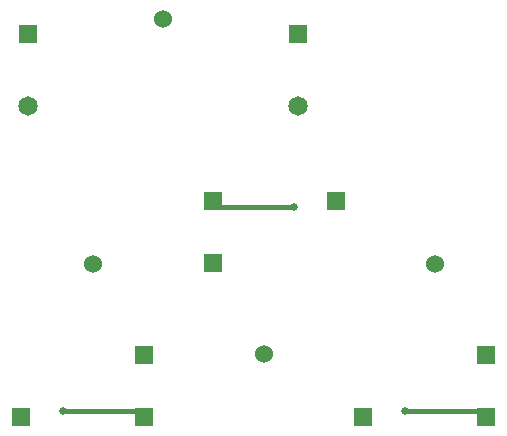
<source format=gbr>
%TF.GenerationSoftware,Altium Limited,Altium Designer,22.7.1 (60)*%
G04 Layer_Physical_Order=2*
G04 Layer_Color=16711680*
%FSLAX43Y43*%
%MOMM*%
%TF.SameCoordinates,798C7C01-C923-4F4B-AA1E-7D7C4C9A7158*%
%TF.FilePolarity,Positive*%
%TF.FileFunction,Copper,L2,Bot,Signal*%
%TF.Part,CustomerPanel*%
G01*
G75*
%TA.AperFunction,Conductor*%
%ADD13C,0.400*%
%TA.AperFunction,ComponentPad*%
%ADD16R,1.500X1.500*%
%TA.AperFunction,ViaPad*%
%ADD17C,1.524*%
%ADD18C,0.650*%
%TA.AperFunction,ComponentPad*%
%ADD19R,1.500X1.500*%
%ADD20C,1.650*%
D13*
X12715Y9921D02*
X19065D01*
X19573Y9413D01*
X32258Y27153D02*
X25908D01*
X25400Y27661D01*
X41665Y9906D02*
X48015D01*
X48523Y9398D01*
D16*
X9159Y9413D02*
D03*
X19573Y14620D02*
D03*
Y9413D02*
D03*
X35814Y27661D02*
D03*
X25400Y22454D02*
D03*
Y27661D02*
D03*
D17*
X15255Y22367D02*
D03*
X29718Y14707D02*
D03*
X21224Y43053D02*
D03*
X44205Y22352D02*
D03*
D18*
X12715Y9921D02*
D03*
X32258Y27153D02*
D03*
X41665Y9906D02*
D03*
D19*
X32654Y41783D02*
D03*
X9794D02*
D03*
X38109Y9398D02*
D03*
X48523Y14605D02*
D03*
Y9398D02*
D03*
D20*
X32654Y35687D02*
D03*
X9794D02*
D03*
%TF.MD5,ba2fba991ad8e1315d72d77103ad0950*%
M02*

</source>
